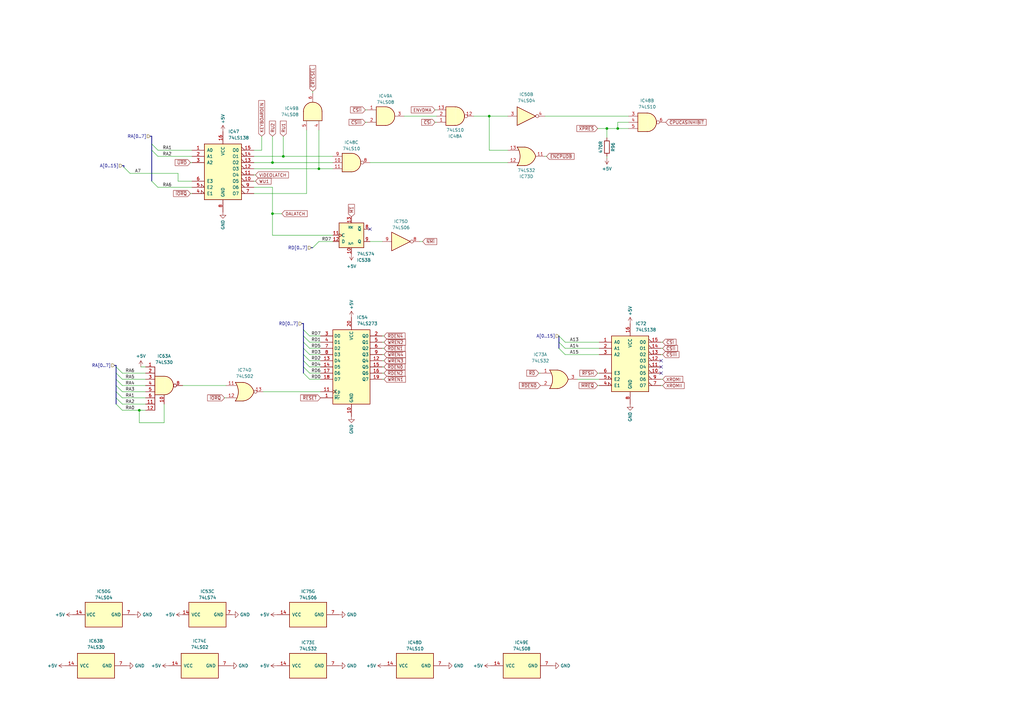
<source format=kicad_sch>
(kicad_sch (version 20230121) (generator eeschema)
  (paper "A3")
  (lib_symbols
    (symbol "74xx:74LS02" (pin_names (offset 1.016))
      (property "Reference" "U" (at 0 1.27 0))
      (property "Value" "74LS02" (at 0 -1.27 0))
      (symbol "74LS02_1_1"
        (pin output inverted (at 7.62 0 180) (length 3.81) (name "~") (number "1"))
        (pin input line (at -7.62 2.54 0) (length 4.318) (name "~") (number "2"))
        (pin input line (at -7.62 -2.54 0) (length 4.318) (name "~") (number "3"))
      )
      (symbol "74LS02_1_2"
        (pin output line (at 7.62 0 180) (length 3.81) (name "~") (number "1"))
        (pin input inverted (at -7.62 2.54 0) (length 3.81) (name "~") (number "2"))
        (pin input inverted (at -7.62 -2.54 0) (length 3.81) (name "~") (number "3"))
      )
      (symbol "74LS02_2_1"
        (pin output inverted (at 7.62 0 180) (length 3.81) (name "~") (number "4"))
        (pin input line (at -7.62 2.54 0) (length 4.318) (name "~") (number "5"))
        (pin input line (at -7.62 -2.54 0) (length 4.318) (name "~") (number "6"))
      )
      (symbol "74LS02_2_2"
        (pin output line (at 7.62 0 180) (length 3.81) (name "~") (number "4"))
        (pin input inverted (at -7.62 2.54 0) (length 3.81) (name "~") (number "5"))
        (pin input inverted (at -7.62 -2.54 0) (length 3.81) (name "~") (number "6"))
      )
      (symbol "74LS02_3_1"
        (pin output inverted (at 7.62 0 180) (length 3.81) (name "~") (number "10"))
        (pin input line (at -7.62 2.54 0) (length 4.318) (name "~") (number "8"))
        (pin input line (at -7.62 -2.54 0) (length 4.318) (name "~") (number "9"))
      )
      (symbol "74LS02_3_2"
        (pin output line (at 7.62 0 180) (length 3.81) (name "~") (number "10"))
        (pin input inverted (at -7.62 2.54 0) (length 3.81) (name "~") (number "8"))
        (pin input inverted (at -7.62 -2.54 0) (length 3.81) (name "~") (number "9"))
      )
      (symbol "74LS02_4_1"
        (pin input line (at -7.62 2.54 0) (length 4.318) (name "~") (number "11"))
        (pin input line (at -7.62 -2.54 0) (length 4.318) (name "~") (number "12"))
        (pin output inverted (at 7.62 0 180) (length 3.81) (name "~") (number "13"))
      )
      (symbol "74LS02_4_2"
        (pin input inverted (at -7.62 2.54 0) (length 3.81) (name "~") (number "11"))
        (pin input inverted (at -7.62 -2.54 0) (length 3.81) (name "~") (number "12"))
        (pin output line (at 7.62 0 180) (length 3.81) (name "~") (number "13"))
      )
      (symbol "74LS02_5_0"
        (pin power_in line (at 0 12.7 270) (length 5.08) (name "VCC") (number "14"))
        (pin power_in line (at 0 -12.7 90) (length 5.08) (name "GND") (number "7"))
      )
    )
    (symbol "74xx:74LS04"
      (property "Reference" "U" (at 0 1.27 0))
      (property "Value" "74LS04" (at 0 -1.27 0))
      (symbol "74LS04_1_0"
        (pin input line (at -7.62 0 0) (length 3.81) (name "~") (number "1"))
        (pin output inverted (at 7.62 0 180) (length 3.81) (name "~") (number "2"))
      )
      (symbol "74LS04_2_0"
        (pin input line (at -7.62 0 0) (length 3.81) (name "~") (number "3"))
        (pin output inverted (at 7.62 0 180) (length 3.81) (name "~") (number "4"))
      )
      (symbol "74LS04_3_0"
        (pin input line (at -7.62 0 0) (length 3.81) (name "~") (number "5"))
        (pin output inverted (at 7.62 0 180) (length 3.81) (name "~") (number "6"))
      )
      (symbol "74LS04_4_0"
        (pin output inverted (at 7.62 0 180) (length 3.81) (name "~") (number "8"))
        (pin input line (at -7.62 0 0) (length 3.81) (name "~") (number "9"))
      )
      (symbol "74LS04_5_0"
        (pin output inverted (at 7.62 0 180) (length 3.81) (name "~") (number "10"))
        (pin input line (at -7.62 0 0) (length 3.81) (name "~") (number "11"))
      )
      (symbol "74LS04_6_0"
        (pin output inverted (at 7.62 0 180) (length 3.81) (name "~") (number "12"))
        (pin input line (at -7.62 0 0) (length 3.81) (name "~") (number "13"))
      )
      (symbol "74LS04_7_0"
        (pin power_in line (at 0 12.7 270) (length 5.08) (name "VCC") (number "14"))
        (pin power_in line (at 0 -12.7 90) (length 5.08) (name "GND") (number "7"))
      )
    )
    (symbol "74xx:74LS06" (pin_names (offset 1.016))
      (property "Reference" "U" (at 0 1.27 0))
      (property "Value" "74LS06" (at 0 -1.27 0))
      (symbol "74LS06_1_0"
        (pin input line (at -7.62 0 0) (length 3.81) (name "~") (number "1"))
        (pin open_collector inverted (at 7.62 0 180) (length 3.81) (name "~") (number "2"))
      )
      (symbol "74LS06_2_0"
        (pin input line (at -7.62 0 0) (length 3.81) (name "~") (number "3"))
        (pin open_collector inverted (at 7.62 0 180) (length 3.81) (name "~") (number "4"))
      )
      (symbol "74LS06_3_0"
        (pin input line (at -7.62 0 0) (length 3.81) (name "~") (number "5"))
        (pin open_collector inverted (at 7.62 0 180) (length 3.81) (name "~") (number "6"))
      )
      (symbol "74LS06_4_0"
        (pin open_collector inverted (at 7.62 0 180) (length 3.81) (name "~") (number "8"))
        (pin input line (at -7.62 0 0) (length 3.81) (name "~") (number "9"))
      )
      (symbol "74LS06_5_0"
        (pin open_collector inverted (at 7.62 0 180) (length 3.81) (name "~") (number "10"))
        (pin input line (at -7.62 0 0) (length 3.81) (name "~") (number "11"))
      )
      (symbol "74LS06_6_0"
        (pin open_collector inverted (at 7.62 0 180) (length 3.81) (name "~") (number "12"))
        (pin input line (at -7.62 0 0) (length 3.81) (name "~") (number "13"))
      )
      (symbol "74LS06_7_0"
        (pin power_in line (at 0 12.7 270) (length 5.08) (name "VCC") (number "14"))
        (pin power_in line (at 0 -12.7 90) (length 5.08) (name "GND") (number "7"))
      )
    )
    (symbol "74xx:74LS08" (pin_names (offset 1.016))
      (property "Reference" "U" (at 0 1.27 0))
      (property "Value" "74LS08" (at 0 -1.27 0))
      (symbol "74LS08_1_1"
        (pin input line (at -7.62 2.54 0) (length 3.81) (name "~") (number "1"))
        (pin input line (at -7.62 -2.54 0) (length 3.81) (name "~") (number "2"))
        (pin output line (at 7.62 0 180) (length 3.81) (name "~") (number "3"))
      )
      (symbol "74LS08_1_2"
        (pin input inverted (at -7.62 2.54 0) (length 4.318) (name "~") (number "1"))
        (pin input inverted (at -7.62 -2.54 0) (length 4.318) (name "~") (number "2"))
        (pin output inverted (at 7.62 0 180) (length 3.81) (name "~") (number "3"))
      )
      (symbol "74LS08_2_1"
        (pin input line (at -7.62 2.54 0) (length 3.81) (name "~") (number "4"))
        (pin input line (at -7.62 -2.54 0) (length 3.81) (name "~") (number "5"))
        (pin output line (at 7.62 0 180) (length 3.81) (name "~") (number "6"))
      )
      (symbol "74LS08_2_2"
        (pin input inverted (at -7.62 2.54 0) (length 4.318) (name "~") (number "4"))
        (pin input inverted (at -7.62 -2.54 0) (length 4.318) (name "~") (number "5"))
        (pin output inverted (at 7.62 0 180) (length 3.81) (name "~") (number "6"))
      )
      (symbol "74LS08_3_1"
        (pin input line (at -7.62 -2.54 0) (length 3.81) (name "~") (number "10"))
        (pin output line (at 7.62 0 180) (length 3.81) (name "~") (number "8"))
        (pin input line (at -7.62 2.54 0) (length 3.81) (name "~") (number "9"))
      )
      (symbol "74LS08_3_2"
        (pin input inverted (at -7.62 -2.54 0) (length 4.318) (name "~") (number "10"))
        (pin output inverted (at 7.62 0 180) (length 3.81) (name "~") (number "8"))
        (pin input inverted (at -7.62 2.54 0) (length 4.318) (name "~") (number "9"))
      )
      (symbol "74LS08_4_1"
        (pin output line (at 7.62 0 180) (length 3.81) (name "~") (number "11"))
        (pin input line (at -7.62 2.54 0) (length 3.81) (name "~") (number "12"))
        (pin input line (at -7.62 -2.54 0) (length 3.81) (name "~") (number "13"))
      )
      (symbol "74LS08_4_2"
        (pin output inverted (at 7.62 0 180) (length 3.81) (name "~") (number "11"))
        (pin input inverted (at -7.62 2.54 0) (length 4.318) (name "~") (number "12"))
        (pin input inverted (at -7.62 -2.54 0) (length 4.318) (name "~") (number "13"))
      )
      (symbol "74LS08_5_0"
        (pin power_in line (at 0 12.7 270) (length 5.08) (name "VCC") (number "14"))
        (pin power_in line (at 0 -12.7 90) (length 5.08) (name "GND") (number "7"))
      )
    )
    (symbol "74xx:74LS10" (pin_names (offset 1.016))
      (property "Reference" "U" (at 0 1.27 0))
      (property "Value" "74LS10" (at 0 -1.27 0))
      (symbol "74LS10_1_1"
        (pin input line (at -7.62 2.54 0) (length 3.81) (name "~") (number "1"))
        (pin output inverted (at 7.62 0 180) (length 3.81) (name "~") (number "12"))
        (pin input line (at -7.62 -2.54 0) (length 3.81) (name "~") (number "13"))
        (pin input line (at -7.62 0 0) (length 3.81) (name "~") (number "2"))
      )
      (symbol "74LS10_1_2"
        (pin input inverted (at -7.62 2.54 0) (length 4.318) (name "~") (number "1"))
        (pin output line (at 7.62 0 180) (length 3.81) (name "~") (number "12"))
        (pin input inverted (at -7.62 -2.54 0) (length 4.318) (name "~") (number "13"))
        (pin input inverted (at -7.62 0 0) (length 4.953) (name "~") (number "2"))
      )
      (symbol "74LS10_2_1"
        (pin input line (at -7.62 2.54 0) (length 3.81) (name "~") (number "3"))
        (pin input line (at -7.62 0 0) (length 3.81) (name "~") (number "4"))
        (pin input line (at -7.62 -2.54 0) (length 3.81) (name "~") (number "5"))
        (pin output inverted (at 7.62 0 180) (length 3.81) (name "~") (number "6"))
      )
      (symbol "74LS10_2_2"
        (pin input inverted (at -7.62 2.54 0) (length 4.318) (name "~") (number "3"))
        (pin input inverted (at -7.62 0 0) (length 4.953) (name "~") (number "4"))
        (pin input inverted (at -7.62 -2.54 0) (length 4.318) (name "~") (number "5"))
        (pin output line (at 7.62 0 180) (length 3.81) (name "~") (number "6"))
      )
      (symbol "74LS10_3_1"
        (pin input line (at -7.62 0 0) (length 3.81) (name "~") (number "10"))
        (pin input line (at -7.62 -2.54 0) (length 3.81) (name "~") (number "11"))
        (pin output inverted (at 7.62 0 180) (length 3.81) (name "~") (number "8"))
        (pin input line (at -7.62 2.54 0) (length 3.81) (name "~") (number "9"))
      )
      (symbol "74LS10_3_2"
        (pin input inverted (at -7.62 0 0) (length 4.953) (name "~") (number "10"))
        (pin input inverted (at -7.62 -2.54 0) (length 4.318) (name "~") (number "11"))
        (pin output line (at 7.62 0 180) (length 3.81) (name "~") (number "8"))
        (pin input inverted (at -7.62 2.54 0) (length 4.318) (name "~") (number "9"))
      )
      (symbol "74LS10_4_0"
        (pin power_in line (at 0 12.7 270) (length 5.08) (name "VCC") (number "14"))
        (pin power_in line (at 0 -12.7 90) (length 5.08) (name "GND") (number "7"))
      )
    )
    (symbol "74xx:74LS138" (pin_names (offset 1.016))
      (property "Reference" "U" (at -7.62 11.43 0))
      (property "Value" "74LS138" (at -7.62 -13.97 0))
      (symbol "74LS138_1_0"
        (pin input line (at -12.7 7.62 0) (length 5.08) (name "A0") (number "1"))
        (pin output output_low (at 12.7 -5.08 180) (length 5.08) (name "O5") (number "10"))
        (pin output output_low (at 12.7 -2.54 180) (length 5.08) (name "O4") (number "11"))
        (pin output output_low (at 12.7 0 180) (length 5.08) (name "O3") (number "12"))
        (pin output output_low (at 12.7 2.54 180) (length 5.08) (name "O2") (number "13"))
        (pin output output_low (at 12.7 5.08 180) (length 5.08) (name "O1") (number "14"))
        (pin output output_low (at 12.7 7.62 180) (length 5.08) (name "O0") (number "15"))
        (pin power_in line (at 0 15.24 270) (length 5.08) (name "VCC") (number "16"))
        (pin input line (at -12.7 5.08 0) (length 5.08) (name "A1") (number "2"))
        (pin input line (at -12.7 2.54 0) (length 5.08) (name "A2") (number "3"))
        (pin input input_low (at -12.7 -10.16 0) (length 5.08) (name "E1") (number "4"))
        (pin input input_low (at -12.7 -7.62 0) (length 5.08) (name "E2") (number "5"))
        (pin input line (at -12.7 -5.08 0) (length 5.08) (name "E3") (number "6"))
        (pin output output_low (at 12.7 -10.16 180) (length 5.08) (name "O7") (number "7"))
        (pin power_in line (at 0 -17.78 90) (length 5.08) (name "GND") (number "8"))
        (pin output output_low (at 12.7 -7.62 180) (length 5.08) (name "O6") (number "9"))
      )
    )
    (symbol "74xx:74LS273"
      (property "Reference" "U" (at -7.62 16.51 0))
      (property "Value" "74LS273" (at -7.62 -16.51 0))
      (symbol "74LS273_1_0"
        (pin input line (at -12.7 -12.7 0) (length 5.08) (name "~{Mr}") (number "1"))
        (pin power_in line (at 0 -20.32 90) (length 5.08) (name "GND") (number "10"))
        (pin input clock (at -12.7 -10.16 0) (length 5.08) (name "Cp") (number "11"))
        (pin output line (at 12.7 2.54 180) (length 5.08) (name "Q4") (number "12"))
        (pin input line (at -12.7 2.54 0) (length 5.08) (name "D4") (number "13"))
        (pin input line (at -12.7 0 0) (length 5.08) (name "D5") (number "14"))
        (pin output line (at 12.7 0 180) (length 5.08) (name "Q5") (number "15"))
        (pin output line (at 12.7 -2.54 180) (length 5.08) (name "Q6") (number "16"))
        (pin input line (at -12.7 -2.54 0) (length 5.08) (name "D6") (number "17"))
        (pin input line (at -12.7 -5.08 0) (length 5.08) (name "D7") (number "18"))
        (pin output line (at 12.7 -5.08 180) (length 5.08) (name "Q7") (number "19"))
        (pin output line (at 12.7 12.7 180) (length 5.08) (name "Q0") (number "2"))
        (pin power_in line (at 0 20.32 270) (length 5.08) (name "VCC") (number "20"))
        (pin input line (at -12.7 12.7 0) (length 5.08) (name "D0") (number "3"))
        (pin input line (at -12.7 10.16 0) (length 5.08) (name "D1") (number "4"))
        (pin output line (at 12.7 10.16 180) (length 5.08) (name "Q1") (number "5"))
        (pin output line (at 12.7 7.62 180) (length 5.08) (name "Q2") (number "6"))
        (pin input line (at -12.7 7.62 0) (length 5.08) (name "D2") (number "7"))
        (pin input line (at -12.7 5.08 0) (length 5.08) (name "D3") (number "8"))
        (pin output line (at 12.7 5.08 180) (length 5.08) (name "Q3") (number "9"))
      )
    )
    (symbol "74xx:74LS30" (pin_names (offset 1.016))
      (property "Reference" "U" (at 0 1.27 0))
      (property "Value" "74LS30" (at 0 -1.27 0))
      (symbol "74LS30_1_1"
        (pin input line (at -7.62 7.62 0) (length 3.81) (name "~") (number "1"))
        (pin input line (at -7.62 -7.62 0) (length 3.81) (name "~") (number "11"))
        (pin input line (at -7.62 -10.16 0) (length 3.81) (name "~") (number "12"))
        (pin input line (at -7.62 5.08 0) (length 3.81) (name "~") (number "2"))
        (pin input line (at -7.62 2.54 0) (length 3.81) (name "~") (number "3"))
        (pin input line (at -7.62 0 0) (length 3.81) (name "~") (number "4"))
        (pin input line (at -7.62 -2.54 0) (length 3.81) (name "~") (number "5"))
        (pin input line (at -7.62 -5.08 0) (length 3.81) (name "~") (number "6"))
        (pin output inverted (at 7.62 0 180) (length 3.81) (name "~") (number "8"))
      )
      (symbol "74LS30_1_2"
        (pin input inverted (at -7.62 7.62 0) (length 3.81) (name "~") (number "1"))
        (pin input inverted (at -7.62 -7.62 0) (length 3.81) (name "~") (number "11"))
        (pin input inverted (at -7.62 -10.16 0) (length 3.81) (name "~") (number "12"))
        (pin input inverted (at -7.62 5.08 0) (length 3.81) (name "~") (number "2"))
        (pin input inverted (at -7.62 2.54 0) (length 4.5466) (name "~") (number "3"))
        (pin input inverted (at -7.62 0 0) (length 5.08) (name "~") (number "4"))
        (pin input inverted (at -7.62 -2.54 0) (length 4.5466) (name "~") (number "5"))
        (pin input inverted (at -7.62 -5.08 0) (length 3.81) (name "~") (number "6"))
        (pin output line (at 7.62 0 180) (length 3.81) (name "~") (number "8"))
      )
      (symbol "74LS30_2_0"
        (pin power_in line (at 0 12.7 270) (length 5.08) (name "VCC") (number "14"))
        (pin power_in line (at 0 -12.7 90) (length 5.08) (name "GND") (number "7"))
      )
    )
    (symbol "74xx:74LS32" (pin_names (offset 1.016))
      (property "Reference" "U" (at 0 1.27 0))
      (property "Value" "74LS32" (at 0 -1.27 0))
      (symbol "74LS32_1_1"
        (pin input line (at -7.62 2.54 0) (length 4.318) (name "~") (number "1"))
        (pin input line (at -7.62 -2.54 0) (length 4.318) (name "~") (number "2"))
        (pin output line (at 7.62 0 180) (length 3.81) (name "~") (number "3"))
      )
      (symbol "74LS32_1_2"
        (pin input inverted (at -7.62 2.54 0) (length 3.81) (name "~") (number "1"))
        (pin input inverted (at -7.62 -2.54 0) (length 3.81) (name "~") (number "2"))
        (pin output inverted (at 7.62 0 180) (length 3.81) (name "~") (number "3"))
      )
      (symbol "74LS32_2_1"
        (pin input line (at -7.62 2.54 0) (length 4.318) (name "~") (number "4"))
        (pin input line (at -7.62 -2.54 0) (length 4.318) (name "~") (number "5"))
        (pin output line (at 7.62 0 180) (length 3.81) (name "~") (number "6"))
      )
      (symbol "74LS32_2_2"
        (pin input inverted (at -7.62 2.54 0) (length 3.81) (name "~") (number "4"))
        (pin input inverted (at -7.62 -2.54 0) (length 3.81) (name "~") (number "5"))
        (pin output inverted (at 7.62 0 180) (length 3.81) (name "~") (number "6"))
      )
      (symbol "74LS32_3_1"
        (pin input line (at -7.62 -2.54 0) (length 4.318) (name "~") (number "10"))
        (pin output line (at 7.62 0 180) (length 3.81) (name "~") (number "8"))
        (pin input line (at -7.62 2.54 0) (length 4.318) (name "~") (number "9"))
      )
      (symbol "74LS32_3_2"
        (pin input inverted (at -7.62 -2.54 0) (length 3.81) (name "~") (number "10"))
        (pin output inverted (at 7.62 0 180) (length 3.81) (name "~") (number "8"))
        (pin input inverted (at -7.62 2.54 0) (length 3.81) (name "~") (number "9"))
      )
      (symbol "74LS32_4_1"
        (pin output line (at 7.62 0 180) (length 3.81) (name "~") (number "11"))
        (pin input line (at -7.62 2.54 0) (length 4.318) (name "~") (number "12"))
        (pin input line (at -7.62 -2.54 0) (length 4.318) (name "~") (number "13"))
      )
      (symbol "74LS32_4_2"
        (pin output inverted (at 7.62 0 180) (length 3.81) (name "~") (number "11"))
        (pin input inverted (at -7.62 2.54 0) (length 3.81) (name "~") (number "12"))
        (pin input inverted (at -7.62 -2.54 0) (length 3.81) (name "~") (number "13"))
      )
      (symbol "74LS32_5_0"
        (pin power_in line (at 0 12.7 270) (length 5.08) (name "VCC") (number "14"))
        (pin power_in line (at 0 -12.7 90) (length 5.08) (name "GND") (number "7"))
      )
    )
    (symbol "74xx:74LS74" (pin_names (offset 1.016))
      (property "Reference" "U" (at -7.62 8.89 0))
      (property "Value" "74LS74" (at -7.62 -8.89 0))
      (symbol "74LS74_1_0"
        (pin input line (at 0 -7.62 90) (length 2.54) (name "~{R}") (number "1"))
        (pin input line (at -7.62 2.54 0) (length 2.54) (name "D") (number "2"))
        (pin input clock (at -7.62 0 0) (length 2.54) (name "C") (number "3"))
        (pin input line (at 0 7.62 270) (length 2.54) (name "~{S}") (number "4"))
        (pin output line (at 7.62 2.54 180) (length 2.54) (name "Q") (number "5"))
        (pin output line (at 7.62 -2.54 180) (length 2.54) (name "~{Q}") (number "6"))
      )
      (symbol "74LS74_2_0"
        (pin input line (at 0 7.62 270) (length 2.54) (name "~{S}") (number "10"))
        (pin input clock (at -7.62 0 0) (length 2.54) (name "C") (number "11"))
        (pin input line (at -7.62 2.54 0) (length 2.54) (name "D") (number "12"))
        (pin input line (at 0 -7.62 90) (length 2.54) (name "~{R}") (number "13"))
        (pin output line (at 7.62 -2.54 180) (length 2.54) (name "~{Q}") (number "8"))
        (pin output line (at 7.62 2.54 180) (length 2.54) (name "Q") (number "9"))
      )
      (symbol "74LS74_3_0"
        (pin power_in line (at 0 10.16 270) (length 2.54) (name "VCC") (number "14"))
        (pin power_in line (at 0 -10.16 90) (length 2.54) (name "GND") (number "7"))
      )
    )
    (symbol "Device:R" (pin_numbers hide) (pin_names (offset 0))
      (property "Reference" "R" (at 2.032 0 90))
      (property "Value" "R" (at 0 0 90))
      (symbol "R_1_1"
        (pin passive line (at 0 3.81 270) (length 1.27) (name "~") (number "1"))
        (pin passive line (at 0 -3.81 90) (length 1.27) (name "~") (number "2"))
      )
    )
    (symbol "LYNX:74LS30_Special" (pin_names (offset 1.016))
      (property "Reference" "U" (at 0 1.27 0))
      (property "Value" "74LS30" (at 0 -1.27 0))
      (symbol "74LS30_Special_1_1"
        (pin input line (at -7.62 7.62 0) (length 3.81) (name "~") (number "1"))
        (pin input line (at 0 -7.62 90) (length 3.81) (name "~") (number "10"))
        (pin input line (at -7.62 -7.62 0) (length 3.81) (name "~") (number "11"))
        (pin input line (at -7.62 -10.16 0) (length 3.81) (name "~") (number "12"))
        (pin input line (at -7.62 5.08 0) (length 3.81) (name "~") (number "2"))
        (pin input line (at -7.62 2.54 0) (length 3.81) (name "~") (number "3"))
        (pin input line (at -7.62 0 0) (length 3.81) (name "~") (number "4"))
        (pin input line (at -7.62 -2.54 0) (length 3.81) (name "~") (number "5"))
        (pin input line (at -7.62 -5.08 0) (length 3.81) (name "~") (number "6"))
        (pin output inverted (at 7.62 0 180) (length 3.81) (name "~") (number "8"))
      )
      (symbol "74LS30_Special_1_2"
        (pin input inverted (at -7.62 7.62 0) (length 3.81) (name "~") (number "1"))
        (pin input inverted (at -7.62 -7.62 0) (length 3.81) (name "~") (number "11"))
        (pin input inverted (at -7.62 -10.16 0) (length 3.81) (name "~") (number "12"))
        (pin input inverted (at -7.62 5.08 0) (length 3.81) (name "~") (number "2"))
        (pin input inverted (at -7.62 2.54 0) (length 4.5466) (name "~") (number "3"))
        (pin input inverted (at -7.62 0 0) (length 5.08) (name "~") (number "4"))
        (pin input inverted (at -7.62 -2.54 0) (length 4.5466) (name "~") (number "5"))
        (pin input inverted (at -7.62 -5.08 0) (length 3.81) (name "~") (number "6"))
        (pin output line (at 7.62 0 180) (length 3.81) (name "~") (number "8"))
      )
      (symbol "74LS30_Special_2_0"
        (pin power_in line (at 0 12.7 270) (length 5.08) (name "VCC") (number "14"))
        (pin power_in line (at 0 -12.7 90) (length 5.08) (name "GND") (number "7"))
      )
    )
    (symbol "power:+5V" (power) (pin_names (offset 0))
      (property "Value" "+5V" (at 0 3.556 0))
      (symbol "+5V_1_1"
        (pin power_in line (at 0 0 90) (length 0) hide (name "+5V") (number "1"))
      )
    )
    (symbol "power:GND" (power) (pin_names (offset 0))
      (property "Value" "GND" (at 0 -3.81 0))
      (symbol "GND_1_1"
        (pin power_in line (at 0 0 270) (length 0) hide (name "GND") (number "1"))
      )
    )
  )
  (junction (at 248.92 52.705))
  (junction (at 111.76 66.675))
  (junction (at 111.76 87.63))
  (junction (at 57.15 168.275))
  (junction (at 253.365 52.705))
  (junction (at 200.66 47.625))
  (junction (at 130.81 69.215))
  (junction (at 116.205 64.135))
  (no_connect (at 271.145 150.495))
  (no_connect (at 271.145 147.955))
  (no_connect (at 151.765 93.98))
  (no_connect (at 271.145 153.035))
  (bus_entry (at 64.77 64.135) (size -2.54 -2.54))
  (bus_entry (at 127 150.495) (size -2.54 -2.54))
  (bus_entry (at 231.775 140.335) (size -2.54 -2.54))
  (bus_entry (at 50.165 163.195) (size -2.54 -2.54))
  (bus_entry (at 130.81 99.06) (size -2.54 2.54))
  (bus_entry (at 231.775 142.875) (size -2.54 -2.54))
  (bus_entry (at 127 137.795) (size -2.54 -2.54))
  (bus_entry (at 231.775 145.415) (size -2.54 -2.54))
  (bus_entry (at 50.165 165.735) (size -2.54 -2.54))
  (bus_entry (at 64.77 76.835) (size -2.54 -2.54))
  (bus_entry (at 127 142.875) (size -2.54 -2.54))
  (bus_entry (at 53.34 71.12) (size -2.54 -2.54))
  (bus_entry (at 50.165 168.275) (size -2.54 -2.54))
  (bus_entry (at 50.165 160.655) (size -2.54 -2.54))
  (bus_entry (at 50.165 158.115) (size -2.54 -2.54))
  (bus_entry (at 64.77 61.595) (size -2.54 -2.54))
  (bus_entry (at 127 140.335) (size -2.54 -2.54))
  (bus_entry (at 127 147.955) (size -2.54 -2.54))
  (bus_entry (at 127 153.035) (size -2.54 -2.54))
  (bus_entry (at 50.165 155.575) (size -2.54 -2.54))
  (bus_entry (at 50.165 153.035) (size -2.54 -2.54))
  (bus_entry (at 127 155.575) (size -2.54 -2.54))
  (bus_entry (at 127 145.415) (size -2.54 -2.54))
  (bus (pts (xy 50.8 67.945) (xy 50.8 68.58)))
  (bus (pts (xy 124.46 137.795) (xy 124.46 140.335)))
  (bus (pts (xy 47.625 149.86) (xy 47.625 150.495)))
  (wire (pts (xy 104.775 71.755) (xy 104.14 71.755)))
  (wire (pts (xy 53.34 71.12) (xy 73.025 71.12)))
  (bus (pts (xy 62.23 55.88) (xy 62.23 59.055)))
  (wire (pts (xy 125.73 79.375) (xy 125.73 53.34)))
  (bus (pts (xy 47.625 160.655) (xy 47.625 163.195)))
  (wire (pts (xy 57.15 168.275) (xy 57.15 173.355)))
  (wire (pts (xy 131.445 145.415) (xy 127 145.415)))
  (wire (pts (xy 248.92 52.705) (xy 253.365 52.705)))
  (wire (pts (xy 131.445 142.875) (xy 127 142.875)))
  (wire (pts (xy 116.205 64.135) (xy 136.525 64.135)))
  (wire (pts (xy 50.165 168.275) (xy 57.15 168.275)))
  (wire (pts (xy 157.48 142.875) (xy 156.845 142.875)))
  (wire (pts (xy 257.81 50.165) (xy 253.365 50.165)))
  (bus (pts (xy 124.46 145.415) (xy 124.46 147.955)))
  (wire (pts (xy 157.48 137.795) (xy 156.845 137.795)))
  (wire (pts (xy 157.48 147.955) (xy 156.845 147.955)))
  (wire (pts (xy 64.77 61.595) (xy 78.74 61.595)))
  (wire (pts (xy 111.76 96.52) (xy 136.525 96.52)))
  (wire (pts (xy 157.48 150.495) (xy 156.845 150.495)))
  (wire (pts (xy 50.165 163.195) (xy 59.69 163.195)))
  (bus (pts (xy 124.46 132.715) (xy 124.46 135.255)))
  (wire (pts (xy 131.445 140.335) (xy 127 140.335)))
  (bus (pts (xy 124.46 140.335) (xy 124.46 142.875)))
  (wire (pts (xy 271.78 142.875) (xy 271.145 142.875)))
  (wire (pts (xy 131.445 137.795) (xy 127 137.795)))
  (wire (pts (xy 73.025 71.12) (xy 73.025 74.295)))
  (wire (pts (xy 131.445 160.655) (xy 107.95 160.655)))
  (wire (pts (xy 231.775 140.335) (xy 245.745 140.335)))
  (wire (pts (xy 178.435 45.085) (xy 179.07 45.085)))
  (wire (pts (xy 92.075 163.195) (xy 92.71 163.195)))
  (bus (pts (xy 47.625 150.495) (xy 47.625 153.035)))
  (wire (pts (xy 165.735 47.625) (xy 179.07 47.625)))
  (wire (pts (xy 111.76 66.675) (xy 136.525 66.675)))
  (wire (pts (xy 104.14 79.375) (xy 125.73 79.375)))
  (wire (pts (xy 200.66 61.595) (xy 200.66 47.625)))
  (wire (pts (xy 231.775 145.415) (xy 245.745 145.415)))
  (bus (pts (xy 124.46 142.875) (xy 124.46 145.415)))
  (bus (pts (xy 50.165 67.945) (xy 50.8 67.945)))
  (wire (pts (xy 271.78 155.575) (xy 271.145 155.575)))
  (bus (pts (xy 229.235 140.335) (xy 229.235 142.875)))
  (wire (pts (xy 131.445 155.575) (xy 127 155.575)))
  (wire (pts (xy 271.78 145.415) (xy 271.145 145.415)))
  (bus (pts (xy 124.46 150.495) (xy 124.46 153.035)))
  (wire (pts (xy 64.77 76.835) (xy 78.74 76.835)))
  (wire (pts (xy 50.165 158.115) (xy 59.69 158.115)))
  (wire (pts (xy 57.785 150.495) (xy 59.69 150.495)))
  (bus (pts (xy 47.625 163.195) (xy 47.625 165.735)))
  (bus (pts (xy 47.625 155.575) (xy 47.625 158.115)))
  (wire (pts (xy 111.76 55.88) (xy 111.76 66.675)))
  (wire (pts (xy 131.445 153.035) (xy 127 153.035)))
  (wire (pts (xy 248.92 64.77) (xy 248.92 64.135)))
  (wire (pts (xy 157.48 153.035) (xy 156.845 153.035)))
  (wire (pts (xy 50.165 160.655) (xy 59.69 160.655)))
  (wire (pts (xy 245.11 158.115) (xy 245.745 158.115)))
  (wire (pts (xy 257.81 47.625) (xy 223.52 47.625)))
  (wire (pts (xy 151.765 66.675) (xy 208.28 66.675)))
  (bus (pts (xy 61.595 55.88) (xy 62.23 55.88)))
  (wire (pts (xy 253.365 52.705) (xy 257.81 52.705)))
  (wire (pts (xy 253.365 50.165) (xy 253.365 52.705)))
  (wire (pts (xy 157.48 155.575) (xy 156.845 155.575)))
  (wire (pts (xy 57.15 168.275) (xy 59.69 168.275)))
  (wire (pts (xy 104.775 74.295) (xy 104.14 74.295)))
  (wire (pts (xy 104.14 64.135) (xy 116.205 64.135)))
  (wire (pts (xy 131.445 150.495) (xy 127 150.495)))
  (bus (pts (xy 46.99 149.86) (xy 47.625 149.86)))
  (wire (pts (xy 64.77 64.135) (xy 78.74 64.135)))
  (bus (pts (xy 124.46 147.955) (xy 124.46 150.495)))
  (wire (pts (xy 104.14 69.215) (xy 130.81 69.215)))
  (wire (pts (xy 107.315 61.595) (xy 107.315 55.88)))
  (wire (pts (xy 50.165 155.575) (xy 59.69 155.575)))
  (bus (pts (xy 127.635 101.6) (xy 128.27 101.6)))
  (wire (pts (xy 78.105 79.375) (xy 78.74 79.375)))
  (bus (pts (xy 62.23 59.055) (xy 62.23 61.595)))
  (wire (pts (xy 245.11 52.705) (xy 248.92 52.705)))
  (wire (pts (xy 220.98 153.035) (xy 221.615 153.035)))
  (wire (pts (xy 200.66 47.625) (xy 194.31 47.625)))
  (wire (pts (xy 104.14 66.675) (xy 111.76 66.675)))
  (wire (pts (xy 130.81 69.215) (xy 136.525 69.215)))
  (wire (pts (xy 50.165 165.735) (xy 59.69 165.735)))
  (bus (pts (xy 47.625 153.035) (xy 47.625 155.575)))
  (wire (pts (xy 157.48 145.415) (xy 156.845 145.415)))
  (wire (pts (xy 111.76 87.63) (xy 111.76 76.835)))
  (wire (pts (xy 224.155 64.135) (xy 223.52 64.135)))
  (wire (pts (xy 208.28 47.625) (xy 200.66 47.625)))
  (wire (pts (xy 136.525 99.06) (xy 130.81 99.06)))
  (wire (pts (xy 271.78 158.115) (xy 271.145 158.115)))
  (wire (pts (xy 157.48 140.335) (xy 156.845 140.335)))
  (wire (pts (xy 92.71 158.115) (xy 74.93 158.115)))
  (wire (pts (xy 131.445 147.955) (xy 127 147.955)))
  (wire (pts (xy 57.15 173.355) (xy 67.31 173.355)))
  (wire (pts (xy 116.205 55.88) (xy 116.205 64.135)))
  (wire (pts (xy 156.845 99.06) (xy 151.765 99.06)))
  (wire (pts (xy 111.76 87.63) (xy 115.57 87.63)))
  (wire (pts (xy 149.86 45.085) (xy 150.495 45.085)))
  (wire (pts (xy 245.11 153.035) (xy 245.745 153.035)))
  (wire (pts (xy 271.78 140.335) (xy 271.145 140.335)))
  (wire (pts (xy 248.92 56.515) (xy 248.92 52.705)))
  (wire (pts (xy 111.76 76.835) (xy 104.14 76.835)))
  (wire (pts (xy 149.86 50.165) (xy 150.495 50.165)))
  (wire (pts (xy 178.435 50.165) (xy 179.07 50.165)))
  (wire (pts (xy 245.745 155.575) (xy 236.855 155.575)))
  (bus (pts (xy 47.625 158.115) (xy 47.625 160.655)))
  (wire (pts (xy 73.025 74.295) (xy 78.74 74.295)))
  (wire (pts (xy 104.14 61.595) (xy 107.315 61.595)))
  (wire (pts (xy 50.165 153.035) (xy 59.69 153.035)))
  (bus (pts (xy 229.235 137.795) (xy 229.235 140.335)))
  (bus (pts (xy 124.46 132.715) (xy 123.825 132.715)))
  (bus (pts (xy 124.46 135.255) (xy 124.46 137.795)))
  (wire (pts (xy 130.81 53.34) (xy 130.81 69.215)))
  (wire (pts (xy 231.775 142.875) (xy 245.745 142.875)))
  (wire (pts (xy 128.27 37.465) (xy 128.27 38.1)))
  (wire (pts (xy 78.105 66.675) (xy 78.74 66.675)))
  (wire (pts (xy 67.31 173.355) (xy 67.31 165.735)))
  (wire (pts (xy 208.28 61.595) (xy 200.66 61.595)))
  (bus (pts (xy 62.23 61.595) (xy 62.23 74.295)))
  (wire (pts (xy 173.355 99.06) (xy 172.085 99.06)))
  (wire (pts (xy 111.76 96.52) (xy 111.76 87.63)))
  (label "RD0" (at 127.635 155.575 0))
  (label "A7" (at 57.785 71.12 180))
  (label "RD6" (at 127.635 153.035 0))
  (label "A14" (at 233.68 142.875 0))
  (label "A13" (at 233.68 140.335 0))
  (label "RA0" (at 51.435 168.275 0))
  (label "RA1" (at 66.675 61.595 0))
  (label "RD3" (at 127.635 145.415 0))
  (label "RA3" (at 51.435 160.655 0))
  (label "RD2" (at 127.635 147.955 0))
  (label "RD5" (at 127.635 142.875 0))
  (label "RA6" (at 51.435 153.035 0))
  (label "RA1" (at 51.435 163.195 0))
  (label "RA2" (at 66.675 64.135 0))
  (label "RA5" (at 51.435 155.575 0))
  (label "A15" (at 233.68 145.415 0))
  (label "RD7" (at 135.89 99.06 180))
  (label "RD4" (at 127.635 150.495 0))
  (label "RA2" (at 51.435 165.735 0))
  (label "RD7" (at 127.635 137.795 0))
  (label "RA4" (at 51.435 158.115 0))
  (label "RD1" (at 127.635 140.335 0))
  (label "RA6" (at 66.675 76.835 0))
  (global_label "XROMI" (shape input) (at 271.78 155.575 0) (property "Intersheetrefs" "${INTERSHEET_REFS}" (effects hide)))
  (global_label "~{CSI}" (shape input) (at 271.78 140.335 0) (property "Intersheetrefs" "${INTERSHEET_REFS}" (effects hide)))
  (global_label "~{CSIII}" (shape input) (at 149.86 50.165 180) (property "Intersheetrefs" "${INTERSHEET_REFS}" (effects hide)))
  (global_label "~{MREQ}" (shape input) (at 245.11 158.115 180) (property "Intersheetrefs" "${INTERSHEET_REFS}" (effects hide)))
  (global_label "~{WREN4}" (shape input) (at 157.48 145.415 0) (property "Intersheetrefs" "${INTERSHEET_REFS}" (effects hide)))
  (global_label "~{CSII}" (shape input) (at 149.86 45.085 180) (property "Intersheetrefs" "${INTERSHEET_REFS}" (effects hide)))
  (global_label "~{URD}" (shape input) (at 78.105 66.675 180) (property "Intersheetrefs" "${INTERSHEET_REFS}" (effects hide)))
  (global_label "~{RDEN0}" (shape input) (at 157.48 150.495 0) (property "Intersheetrefs" "${INTERSHEET_REFS}" (effects hide)))
  (global_label "~{RESET}" (shape input) (at 131.445 163.195 180) (property "Intersheetrefs" "${INTERSHEET_REFS}" (effects hide)))
  (global_label "~{CSI}" (shape input) (at 178.435 50.165 180) (property "Intersheetrefs" "${INTERSHEET_REFS}" (effects hide)))
  (global_label "~{M1}" (shape input) (at 144.145 88.9 90) (property "Intersheetrefs" "${INTERSHEET_REFS}" (effects hide)))
  (global_label "~{WREN2}" (shape input) (at 157.48 140.335 0) (property "Intersheetrefs" "${INTERSHEET_REFS}" (effects hide)))
  (global_label "~{CSII}" (shape input) (at 271.78 142.875 0) (property "Intersheetrefs" "${INTERSHEET_REFS}" (effects hide)))
  (global_label "~{CRTCSEL}" (shape input) (at 128.27 37.465 90) (property "Intersheetrefs" "${INTERSHEET_REFS}" (effects hide)))
  (global_label "KEYBOARDEN" (shape input) (at 107.315 55.88 90) (property "Intersheetrefs" "${INTERSHEET_REFS}" (effects hide)))
  (global_label "ENVDMA" (shape input) (at 178.435 45.085 180) (property "Intersheetrefs" "${INTERSHEET_REFS}" (effects hide)))
  (global_label "~{RDEN2}" (shape input) (at 157.48 153.035 0) (property "Intersheetrefs" "${INTERSHEET_REFS}" (effects hide)))
  (global_label "~{CSIII}" (shape input) (at 271.78 145.415 0) (property "Intersheetrefs" "${INTERSHEET_REFS}" (effects hide)))
  (global_label "~{WREN3}" (shape input) (at 157.48 147.955 0) (property "Intersheetrefs" "${INTERSHEET_REFS}" (effects hide)))
  (global_label "XROMII" (shape input) (at 271.78 158.115 0) (property "Intersheetrefs" "${INTERSHEET_REFS}" (effects hide)))
  (global_label "~{NMI}" (shape input) (at 173.355 99.06 0) (property "Intersheetrefs" "${INTERSHEET_REFS}" (effects hide)))
  (global_label "~{RDEN0}" (shape input) (at 221.615 158.115 180) (property "Intersheetrefs" "${INTERSHEET_REFS}" (effects hide)))
  (global_label "~{RDEN1}" (shape input) (at 157.48 142.875 0) (property "Intersheetrefs" "${INTERSHEET_REFS}" (effects hide)))
  (global_label "VIDEOLATCH" (shape input) (at 104.775 71.755 0) (property "Intersheetrefs" "${INTERSHEET_REFS}" (effects hide)))
  (global_label "~{RD}" (shape input) (at 220.98 153.035 180) (property "Intersheetrefs" "${INTERSHEET_REFS}" (effects hide)))
  (global_label "RU1" (shape input) (at 116.205 55.88 90) (property "Intersheetrefs" "${INTERSHEET_REFS}" (effects hide)))
  (global_label "~{RFSH}" (shape input) (at 245.11 153.035 180) (property "Intersheetrefs" "${INTERSHEET_REFS}" (effects hide)))
  (global_label "~{IORQ}" (shape input) (at 78.105 79.375 180) (property "Intersheetrefs" "${INTERSHEET_REFS}" (effects hide)))
  (global_label "~{IORQ}" (shape input) (at 92.075 163.195 180) (property "Intersheetrefs" "${INTERSHEET_REFS}" (effects hide)))
  (global_label "RU2" (shape input) (at 111.76 55.88 90) (property "Intersheetrefs" "${INTERSHEET_REFS}" (effects hide)))
  (global_label "WU1" (shape input) (at 104.775 74.295 0) (property "Intersheetrefs" "${INTERSHEET_REFS}" (effects hide)))
  (global_label "~{ENCPUDB}" (shape input) (at 224.155 64.135 0) (property "Intersheetrefs" "${INTERSHEET_REFS}" (effects hide)))
  (global_label "~{XPRES}" (shape input) (at 245.11 52.705 180) (property "Intersheetrefs" "${INTERSHEET_REFS}" (effects hide)))
  (global_label "~{WREN1}" (shape input) (at 157.48 155.575 0) (property "Intersheetrefs" "${INTERSHEET_REFS}" (effects hide)))
  (global_label "~{RDEN4}" (shape input) (at 157.48 137.795 0) (property "Intersheetrefs" "${INTERSHEET_REFS}" (effects hide)))
  (global_label "~{CPUCASINHIBIT}" (shape input) (at 273.05 50.165 0) (property "Intersheetrefs" "${INTERSHEET_REFS}" (effects hide)))
  (global_label "DALATCH" (shape input) (at 115.57 87.63 0) (property "Intersheetrefs" "${INTERSHEET_REFS}" (effects hide)))
  (hierarchical_label "RD[0..7]" (shape input) (at 123.825 132.715 180))
  (hierarchical_label "A[0..15]" (shape input) (at 50.165 67.945 180))
  (hierarchical_label "RA[0..7]" (shape input) (at 46.99 149.86 180))
  (hierarchical_label "RD[0..7]" (shape input) (at 127.635 101.6 180))
  (hierarchical_label "RA[0..7]" (shape input) (at 61.595 55.88 180))
  (hierarchical_label "A[0..15]" (shape input) (at 229.235 137.795 180))
  (symbol (lib_id "74xx:74LS74") (at 144.145 96.52 0) (mirror x) (unit 2)
    (property "Reference" "IC53" (at 146.3391 106.68 0) (effects (justify left)))
    (property "Value" "74LS74" (at 146.3391 104.14 0) (effects (justify left)))
    (property "Footprint" "96K-Lynx:DIP-14_W7.62mm" (effects hide))
    (property "Datasheet" "74xx/74hc_hct74.pdf" (effects hide))
  )
  (symbol (lib_id "LYNX:74LS30_Special") (at 67.31 158.115 0) (unit 1)
    (property "Reference" "IC63" (at 67.3017 146.05 0))
    (property "Value" "74LS30" (at 67.3017 148.59 0))
    (property "Footprint" "96K-Lynx:DIP-14_W7.62mm" (effects hide))
    (property "Datasheet" "http://www.ti.com/lit/gpn/sn74LS30" (effects hide))
  )
  (symbol (lib_id "power:+5V") (at 57.785 150.495 0) (unit 1)
    (property "Reference" "#PWR048" (effects hide))
    (property "Value" "+5V" (at 57.785 146.05 0))
    (instances (project "lynx96" (path "" (reference "#PWR048") (unit 1)) (path "" (reference "#PWR046") (unit 1))) (project "lynx128" (path "" (reference "#PWR028") (unit 1))))
  )
  (symbol (lib_id "74xx:74LS273") (at 144.145 150.495 0) (unit 1)
    (property "Reference" "IC54" (at 146.3391 130.175 0) (effects (justify left)))
    (property "Value" "74LS273" (at 146.3391 132.715 0) (effects (justify left)))
    (property "Footprint" "96K-Lynx:DIP-20_W7.62mm" (effects hide))
    (property "Datasheet" "http://www.ti.com/lit/gpn/sn74LS273" (effects hide))
  )
  (symbol (lib_id "power:GND") (at 94.615 273.05 90) (unit 1)
    (property "Reference" "#PWR049" (effects hide))
    (property "Value" "GND" (at 97.79 273.05 90) (effects (justify right)))
    (instances (project "lynx96" (path "" (reference "#PWR049") (unit 1)) (path "" (reference "#PWR047") (unit 1))) (project "lynx128" (path "" (reference "#PWR029") (unit 1))))
  )
  (symbol (lib_id "74xx:74LS08") (at 128.27 45.72 270) (mirror x) (unit 2)
    (property "Reference" "IC49" (at 122.555 44.4583 90) (effects (justify right)))
    (property "Value" "74LS08" (at 122.555 46.9983 90) (effects (justify right)))
    (property "Footprint" "96K-Lynx:DIP-14_W7.62mm" (effects hide))
    (property "Datasheet" "http://www.ti.com/lit/gpn/sn74LS08" (effects hide))
  )
  (symbol (lib_id "power:+5V") (at 157.48 273.05 90) (unit 1)
    (property "Reference" "#PWR048" (effects hide))
    (property "Value" "+5V" (at 154.305 273.05 90) (effects (justify left)))
    (instances (project "lynx96" (path "" (reference "#PWR048") (unit 1)) (path "" (reference "#PWR0102") (unit 1))) (project "lynx128" (path "" (reference "#PWR028") (unit 1))))
  )
  (symbol (lib_id "74xx:74LS10") (at 186.69 47.625 0) (mirror x) (unit 1)
    (property "Reference" "IC48" (at 186.6817 55.88 0))
    (property "Value" "74LS10" (at 186.6817 53.34 0))
    (property "Footprint" "96K-Lynx:DIP-14_W7.62mm" (effects hide))
    (property "Datasheet" "http://www.ti.com/lit/gpn/sn74LS10" (effects hide))
  )
  (symbol (lib_id "power:GND") (at 139.065 252.095 90) (unit 1)
    (property "Reference" "#PWR049" (effects hide))
    (property "Value" "GND" (at 142.24 252.095 90) (effects (justify right)))
    (instances (project "lynx96" (path "" (reference "#PWR049") (unit 1)) (path "" (reference "#PWR0112") (unit 1))) (project "lynx128" (path "" (reference "#PWR029") (unit 1))))
  )
  (symbol (lib_id "74xx:74LS02") (at 81.915 273.05 90) (unit 5)
    (property "Reference" "IC74" (at 81.915 262.89 90))
    (property "Value" "74LS02" (at 81.915 265.43 90))
    (property "Footprint" "96K-Lynx:DIP-14_W7.62mm" (effects hide))
    (property "Datasheet" "http://www.ti.com/lit/gpn/sn74ls02" (effects hide))
  )
  (symbol (lib_id "74xx:74LS04") (at 215.9 47.625 0) (unit 2)
    (property "Reference" "IC50" (at 215.9 38.735 0))
    (property "Value" "74LS04" (at 215.9 41.275 0))
    (property "Footprint" "96K-Lynx:DIP-14_W7.62mm" (effects hide))
    (property "Datasheet" "http://www.ti.com/lit/gpn/sn74LS04" (effects hide))
  )
  (symbol (lib_id "power:+5V") (at 201.295 273.05 90) (unit 1)
    (property "Reference" "#PWR048" (effects hide))
    (property "Value" "+5V" (at 198.12 273.05 90) (effects (justify left)))
    (instances (project "lynx96" (path "" (reference "#PWR048") (unit 1)) (path "" (reference "#PWR0103") (unit 1))) (project "lynx128" (path "" (reference "#PWR028") (unit 1))))
  )
  (symbol (lib_id "power:+5V") (at 258.445 132.715 0) (unit 1)
    (property "Reference" "#PWR048" (effects hide))
    (property "Value" "+5V" (at 258.445 129.54 90) (effects (justify left)))
    (instances (project "lynx96" (path "" (reference "#PWR048") (unit 1)) (path "" (reference "#PWR099") (unit 1))) (project "lynx128" (path "" (reference "#PWR028") (unit 1))))
  )
  (symbol (lib_id "power:+5V") (at 144.145 104.14 180) (unit 1)
    (property "Reference" "#PWR048" (effects hide))
    (property "Value" "+5V" (at 144.145 109.22 0))
    (instances (project "lynx96" (path "" (reference "#PWR048") (unit 1)) (path "" (reference "#PWR0111") (unit 1))) (project "lynx128" (path "" (reference "#PWR028") (unit 1))))
  )
  (symbol (lib_id "power:+5V") (at 113.665 252.095 90) (unit 1)
    (property "Reference" "#PWR048" (effects hide))
    (property "Value" "+5V" (at 110.49 252.095 90) (effects (justify left)))
    (instances (project "lynx96" (path "" (reference "#PWR048") (unit 1)) (path "" (reference "#PWR0113") (unit 1))) (project "lynx128" (path "" (reference "#PWR028") (unit 1))))
  )
  (symbol (lib_id "74xx:74LS06") (at 164.465 99.06 0) (unit 4)
    (property "Reference" "IC75" (at 164.465 90.805 0))
    (property "Value" "74LS06" (at 164.465 93.345 0))
    (property "Footprint" "96K-Lynx:DIP-14_W7.62mm" (effects hide))
    (property "Datasheet" "http://www.ti.com/lit/gpn/sn74LS06" (effects hide))
  )
  (symbol (lib_id "power:GND") (at 91.44 86.995 0) (unit 1)
    (property "Reference" "#PWR049" (effects hide))
    (property "Value" "GND" (at 91.44 90.17 90) (effects (justify right)))
    (instances (project "lynx96" (path "" (reference "#PWR049") (unit 1)) (path "" (reference "#PWR094") (unit 1))) (project "lynx128" (path "" (reference "#PWR029") (unit 1))))
  )
  (symbol (lib_id "power:+5V") (at 69.215 273.05 90) (unit 1)
    (property "Reference" "#PWR048" (effects hide))
    (property "Value" "+5V" (at 66.04 273.05 90) (effects (justify left)))
    (instances (project "lynx96" (path "" (reference "#PWR048") (unit 1)) (path "" (reference "#PWR051") (unit 1))) (project "lynx128" (path "" (reference "#PWR028") (unit 1))))
  )
  (symbol (lib_id "Device:R") (at 248.92 60.325 0) (unit 1)
    (property "Reference" "R96" (at 251.46 60.325 90))
    (property "Value" "470R" (at 246.38 60.325 90))
    (property "Footprint" "96K-Lynx:Resistor 10.16mm" (effects hide))
    (instances (project "lynx96" (path "" (reference "R96") (unit 1)) (path "" (reference "R53") (unit 1)) (path "" (reference "R56") (unit 1)) (path "" (reference "R69") (unit 1))) (project "lynx128" (path "" (reference "R60") (unit 1))))
  )
  (symbol (lib_id "power:GND") (at 55.245 252.095 90) (unit 1)
    (property "Reference" "#PWR049" (effects hide))
    (property "Value" "GND" (at 58.42 252.095 90) (effects (justify right)))
    (instances (project "lynx96" (path "" (reference "#PWR049") (unit 1)) (path "" (reference "#PWR0105") (unit 1))) (project "lynx128" (path "" (reference "#PWR029") (unit 1))))
  )
  (symbol (lib_id "74xx:74LS10") (at 170.18 273.05 90) (unit 4)
    (property "Reference" "IC48" (at 170.18 263.525 90))
    (property "Value" "74LS10" (at 170.18 266.065 90))
    (property "Footprint" "96K-Lynx:DIP-14_W7.62mm" (effects hide))
    (property "Datasheet" "http://www.ti.com/lit/gpn/sn74LS10" (effects hide))
  )
  (symbol (lib_id "74xx:74LS32") (at 126.365 273.05 90) (unit 5)
    (property "Reference" "IC73" (at 126.365 263.525 90))
    (property "Value" "74LS32" (at 126.365 266.065 90))
    (property "Footprint" "96K-Lynx:DIP-14_W7.62mm" (effects hide))
    (property "Datasheet" "http://www.ti.com/lit/gpn/sn74LS32" (effects hide))
  )
  (symbol (lib_id "74xx:74LS08") (at 213.995 273.05 90) (unit 5)
    (property "Reference" "IC49" (at 213.995 263.525 90))
    (property "Value" "74LS08" (at 213.995 266.065 90))
    (property "Footprint" "96K-Lynx:DIP-14_W7.62mm" (effects hide))
    (property "Datasheet" "http://www.ti.com/lit/gpn/sn74LS08" (effects hide))
  )
  (symbol (lib_id "74xx:74LS32") (at 229.235 155.575 0) (unit 1)
    (property "Reference" "IC73" (at 221.615 145.415 0))
    (property "Value" "74LS32" (at 221.615 147.955 0))
    (property "Footprint" "96K-Lynx:DIP-14_W7.62mm" (effects hide))
    (property "Datasheet" "http://www.ti.com/lit/gpn/sn74LS32" (effects hide))
  )
  (symbol (lib_id "power:GND") (at 139.065 273.05 90) (unit 1)
    (property "Reference" "#PWR049" (effects hide))
    (property "Value" "GND" (at 142.24 273.05 90) (effects (justify right)))
    (instances (project "lynx96" (path "" (reference "#PWR049") (unit 1)) (path "" (reference "#PWR098") (unit 1))) (project "lynx128" (path "" (reference "#PWR029") (unit 1))))
  )
  (symbol (lib_id "74xx:74LS06") (at 126.365 252.095 90) (unit 7)
    (property "Reference" "IC75" (at 126.365 242.57 90))
    (property "Value" "74LS06" (at 126.365 245.11 90))
    (property "Footprint" "96K-Lynx:DIP-14_W7.62mm" (effects hide))
    (property "Datasheet" "http://www.ti.com/lit/gpn/sn74LS06" (effects hide))
  )
  (symbol (lib_id "74xx:74LS74") (at 85.09 252.095 90) (unit 3)
    (property "Reference" "IC53" (at 85.09 242.57 90))
    (property "Value" "74LS74" (at 85.09 245.11 90))
    (property "Footprint" "96K-Lynx:DIP-14_W7.62mm" (effects hide))
    (property "Datasheet" "74xx/74hc_hct74.pdf" (effects hide))
  )
  (symbol (lib_id "74xx:74LS30") (at 39.37 273.05 90) (unit 2)
    (property "Reference" "IC63" (at 39.37 262.89 90))
    (property "Value" "74LS30" (at 39.37 265.43 90))
    (property "Footprint" "96K-Lynx:DIP-14_W7.62mm" (effects hide))
    (property "Datasheet" "http://www.ti.com/lit/gpn/sn74LS30" (effects hide))
  )
  (symbol (lib_id "power:+5V") (at 113.665 273.05 90) (unit 1)
    (property "Reference" "#PWR048" (effects hide))
    (property "Value" "+5V" (at 110.49 273.05 90) (effects (justify left)))
    (instances (project "lynx96" (path "" (reference "#PWR048") (unit 1)) (path "" (reference "#PWR097") (unit 1))) (project "lynx128" (path "" (reference "#PWR028") (unit 1))))
  )
  (symbol (lib_id "74xx:74LS138") (at 258.445 147.955 0) (unit 1)
    (property "Reference" "IC72" (at 260.6391 132.715 0) (effects (justify left)))
    (property "Value" "74LS138" (at 260.6391 135.255 0) (effects (justify left)))
    (property "Footprint" "96K-Lynx:DIP-16_W7.62mm" (effects hide))
    (property "Datasheet" "http://www.ti.com/lit/gpn/sn74LS138" (effects hide))
  )
  (symbol (lib_id "power:+5V") (at 144.145 130.175 0) (unit 1)
    (property "Reference" "#PWR048" (effects hide))
    (property "Value" "+5V" (at 144.145 127 90) (effects (justify left)))
    (instances (project "lynx96" (path "" (reference "#PWR048") (unit 1)) (path "" (reference "#PWR052") (unit 1))) (project "lynx128" (path "" (reference "#PWR028") (unit 1))))
  )
  (symbol (lib_id "74xx:74LS10") (at 144.145 66.675 0) (unit 3)
    (property "Reference" "IC48" (at 144.145 58.42 0))
    (property "Value" "74LS10" (at 144.1367 60.96 0))
    (property "Footprint" "96K-Lynx:DIP-14_W7.62mm" (effects hide))
    (property "Datasheet" "http://www.ti.com/lit/gpn/sn74LS10" (effects hide))
  )
  (symbol (lib_id "power:GND") (at 258.445 165.735 0) (unit 1)
    (property "Reference" "#PWR049" (effects hide))
    (property "Value" "GND" (at 258.445 168.91 90) (effects (justify right)))
    (instances (project "lynx96" (path "" (reference "#PWR049") (unit 1)) (path "" (reference "#PWR0100") (unit 1))) (project "lynx128" (path "" (reference "#PWR029") (unit 1))))
  )
  (symbol (lib_id "74xx:74LS02") (at 100.33 160.655 0) (unit 4)
    (property "Reference" "IC74" (at 100.33 151.765 0))
    (property "Value" "74LS02" (at 100.33 154.305 0))
    (property "Footprint" "96K-Lynx:DIP-14_W7.62mm" (effects hide))
    (property "Datasheet" "http://www.ti.com/lit/gpn/sn74ls02" (effects hide))
  )
  (symbol (lib_id "power:+5V") (at 29.845 252.095 90) (unit 1)
    (property "Reference" "#PWR048" (effects hide))
    (property "Value" "+5V" (at 26.67 252.095 90) (effects (justify left)))
    (instances (project "lynx96" (path "" (reference "#PWR048") (unit 1)) (path "" (reference "#PWR0106") (unit 1))) (project "lynx128" (path "" (reference "#PWR028") (unit 1))))
  )
  (symbol (lib_id "power:+5V") (at 91.44 53.975 0) (unit 1)
    (property "Reference" "#PWR048" (effects hide))
    (property "Value" "+5V" (at 91.44 50.8 90) (effects (justify left)))
    (instances (project "lynx96" (path "" (reference "#PWR048") (unit 1)) (path "" (reference "#PWR093") (unit 1))) (project "lynx128" (path "" (reference "#PWR028") (unit 1))))
  )
  (symbol (lib_id "power:+5V") (at 248.92 64.77 180) (unit 1)
    (property "Reference" "#PWR069" (effects hide))
    (property "Value" "+5V" (at 248.92 69.215 0))
    (instances (project "lynx96" (path "" (reference "#PWR069") (unit 1)) (path "" (reference "#PWR0124") (unit 1)) (path "" (reference "#PWR0125") (unit 1))) (project "lynx128" (path "" (reference "#PWR015") (unit 1)) (path "" (reference "#PWR084") (unit 1))))
  )
  (symbol (lib_id "74xx:74LS08") (at 158.115 47.625 0) (unit 1)
    (property "Reference" "IC49" (at 158.1067 39.37 0))
    (property "Value" "74LS08" (at 158.1067 41.91 0))
    (property "Footprint" "96K-Lynx:DIP-14_W7.62mm" (effects hide))
    (property "Datasheet" "http://www.ti.com/lit/gpn/sn74LS08" (effects hide))
  )
  (symbol (lib_id "power:GND") (at 144.145 170.815 0) (unit 1)
    (property "Reference" "#PWR049" (effects hide))
    (property "Value" "GND" (at 144.145 173.99 90) (effects (justify right)))
    (instances (project "lynx96" (path "" (reference "#PWR049") (unit 1)) (path "" (reference "#PWR055") (unit 1))) (project "lynx128" (path "" (reference "#PWR029") (unit 1))))
  )
  (symbol (lib_id "74xx:74LS10") (at 265.43 50.165 0) (unit 2)
    (property "Reference" "IC48" (at 265.4217 41.275 0))
    (property "Value" "74LS10" (at 265.4217 43.815 0))
    (property "Footprint" "96K-Lynx:DIP-14_W7.62mm" (effects hide))
    (property "Datasheet" "http://www.ti.com/lit/gpn/sn74LS10" (effects hide))
    (instances (project "lynx96" (path "" (reference "IC48") (unit 2)) (path "" (reference "IC5") (unit 2))))
  )
  (symbol (lib_id "power:+5V") (at 74.93 252.095 90) (unit 1)
    (property "Reference" "#PWR048" (effects hide))
    (property "Value" "+5V" (at 71.755 252.095 90) (effects (justify left)))
    (instances (project "lynx96" (path "" (reference "#PWR048") (unit 1)) (path "" (reference "#PWR0110") (unit 1))) (project "lynx128" (path "" (reference "#PWR028") (unit 1))))
  )
  (symbol (lib_id "power:GND") (at 95.25 252.095 90) (unit 1)
    (property "Reference" "#PWR049" (effects hide))
    (property "Value" "GND" (at 98.425 252.095 90) (effects (justify right)))
    (instances (project "lynx96" (path "" (reference "#PWR049") (unit 1)) (path "" (reference "#PWR0109") (unit 1))) (project "lynx128" (path "" (reference "#PWR029") (unit 1))))
  )
  (symbol (lib_id "74xx:74LS138") (at 91.44 69.215 0) (unit 1)
    (property "Reference" "IC47" (at 93.6341 53.975 0) (effects (justify left)))
    (property "Value" "74LS138" (at 93.6341 56.515 0) (effects (justify left)))
    (property "Footprint" "96K-Lynx:DIP-16_W7.62mm" (effects hide))
    (property "Datasheet" "http://www.ti.com/lit/gpn/sn74LS138" (effects hide))
  )
  (symbol (lib_id "74xx:74LS04") (at 42.545 252.095 90) (unit 7)
    (property "Reference" "IC50" (at 42.545 242.57 90))
    (property "Value" "74LS04" (at 42.545 245.11 90))
    (property "Footprint" "96K-Lynx:DIP-14_W7.62mm" (effects hide))
    (property "Datasheet" "http://www.ti.com/lit/gpn/sn74LS04" (effects hide))
  )
  (symbol (lib_id "power:GND") (at 182.88 273.05 90) (unit 1)
    (property "Reference" "#PWR049" (effects hide))
    (property "Value" "GND" (at 186.055 273.05 90) (effects (justify right)))
    (instances (project "lynx96" (path "" (reference "#PWR049") (unit 1)) (path "" (reference "#PWR0101") (unit 1))) (project "lynx128" (path "" (reference "#PWR029") (unit 1))))
  )
  (symbol (lib_id "power:+5V") (at 26.67 273.05 90) (unit 1)
    (property "Reference" "#PWR048" (effects hide))
    (property "Value" "+5V" (at 23.495 273.05 90) (effects (justify left)))
    (instances (project "lynx96" (path "" (reference "#PWR048") (unit 1)) (path "" (reference "#PWR041") (unit 1))) (project "lynx128" (path "" (reference "#PWR028") (unit 1))))
  )
  (symbol (lib_id "74xx:74LS32") (at 215.9 64.135 0) (mirror x) (unit 4)
    (property "Reference" "IC73" (at 215.9 72.39 0))
    (property "Value" "74LS32" (at 215.9 69.85 0))
    (property "Footprint" "96K-Lynx:DIP-14_W7.62mm" (effects hide))
    (property "Datasheet" "http://www.ti.com/lit/gpn/sn74LS32" (effects hide))
  )
  (symbol (lib_id "power:GND") (at 226.695 273.05 90) (unit 1)
    (property "Reference" "#PWR049" (effects hide))
    (property "Value" "GND" (at 229.87 273.05 90) (effects (justify right)))
    (instances (project "lynx96" (path "" (reference "#PWR049") (unit 1)) (path "" (reference "#PWR0104") (unit 1))) (project "lynx128" (path "" (reference "#PWR029") (unit 1))))
  )
  (symbol (lib_id "power:GND") (at 52.07 273.05 90) (unit 1)
    (property "Reference" "#PWR049" (effects hide))
    (property "Value" "GND" (at 55.245 273.05 90) (effects (justify right)))
    (instances (project "lynx96" (path "" (reference "#PWR049") (unit 1)) (path "" (reference "#PWR042") (unit 1))) (project "lynx128" (path "" (reference "#PWR029") (unit 1))))
  )
)
</source>
